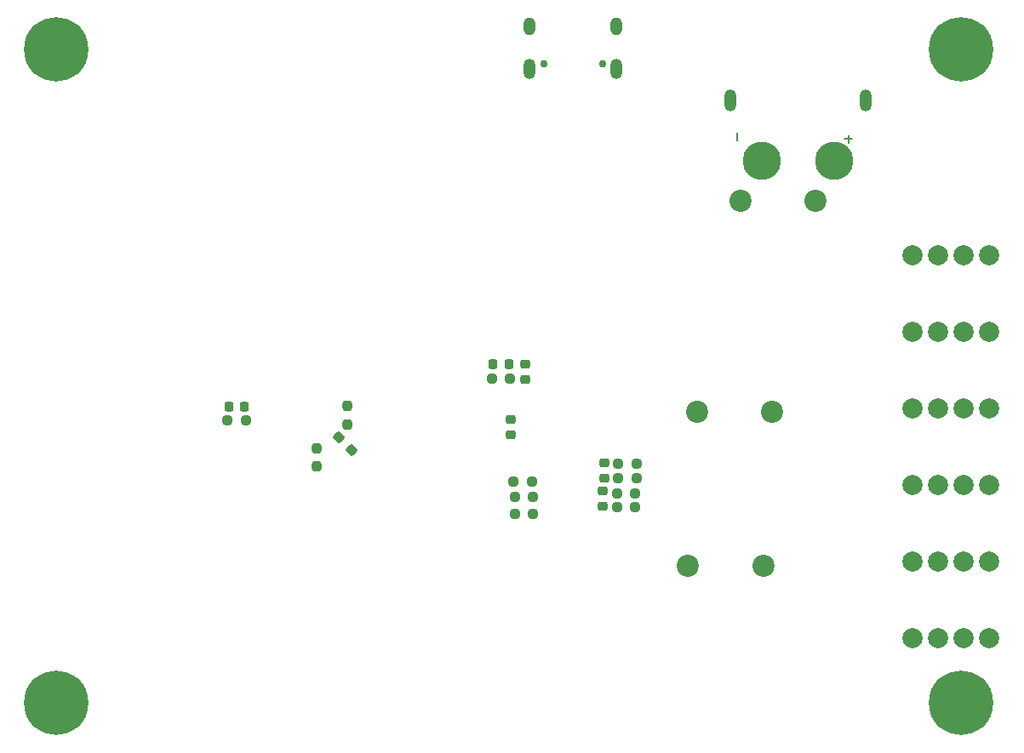
<source format=gbs>
G04 #@! TF.GenerationSoftware,KiCad,Pcbnew,8.0.0*
G04 #@! TF.CreationDate,2024-02-25T15:40:58-08:00*
G04 #@! TF.ProjectId,BLDC_Motor Controller,424c4443-5f4d-46f7-946f-7220436f6e74,rev01_1*
G04 #@! TF.SameCoordinates,Original*
G04 #@! TF.FileFunction,Soldermask,Bot*
G04 #@! TF.FilePolarity,Negative*
%FSLAX46Y46*%
G04 Gerber Fmt 4.6, Leading zero omitted, Abs format (unit mm)*
G04 Created by KiCad (PCBNEW 8.0.0) date 2024-02-25 15:40:58*
%MOMM*%
%LPD*%
G01*
G04 APERTURE LIST*
G04 Aperture macros list*
%AMRoundRect*
0 Rectangle with rounded corners*
0 $1 Rounding radius*
0 $2 $3 $4 $5 $6 $7 $8 $9 X,Y pos of 4 corners*
0 Add a 4 corners polygon primitive as box body*
4,1,4,$2,$3,$4,$5,$6,$7,$8,$9,$2,$3,0*
0 Add four circle primitives for the rounded corners*
1,1,$1+$1,$2,$3*
1,1,$1+$1,$4,$5*
1,1,$1+$1,$6,$7*
1,1,$1+$1,$8,$9*
0 Add four rect primitives between the rounded corners*
20,1,$1+$1,$2,$3,$4,$5,0*
20,1,$1+$1,$4,$5,$6,$7,0*
20,1,$1+$1,$6,$7,$8,$9,0*
20,1,$1+$1,$8,$9,$2,$3,0*%
G04 Aperture macros list end*
%ADD10C,0.150000*%
%ADD11C,2.004000*%
%ADD12C,2.200000*%
%ADD13O,1.200000X1.800000*%
%ADD14O,1.200000X2.000000*%
%ADD15C,0.750013*%
%ADD16C,0.800000*%
%ADD17C,6.400000*%
%ADD18C,3.800000*%
%ADD19O,1.200000X2.200000*%
%ADD20RoundRect,0.225000X0.250000X-0.225000X0.250000X0.225000X-0.250000X0.225000X-0.250000X-0.225000X0*%
%ADD21RoundRect,0.225000X0.225000X0.250000X-0.225000X0.250000X-0.225000X-0.250000X0.225000X-0.250000X0*%
%ADD22RoundRect,0.237500X-0.237500X0.250000X-0.237500X-0.250000X0.237500X-0.250000X0.237500X0.250000X0*%
%ADD23RoundRect,0.237500X-0.250000X-0.237500X0.250000X-0.237500X0.250000X0.237500X-0.250000X0.237500X0*%
%ADD24RoundRect,0.237500X-0.344715X0.008839X0.008839X-0.344715X0.344715X-0.008839X-0.008839X0.344715X0*%
%ADD25RoundRect,0.237500X0.250000X0.237500X-0.250000X0.237500X-0.250000X-0.237500X0.250000X-0.237500X0*%
%ADD26RoundRect,0.225000X-0.250000X0.225000X-0.250000X-0.225000X0.250000X-0.225000X0.250000X0.225000X0*%
G04 APERTURE END LIST*
D10*
X244126978Y-113451251D02*
X244126978Y-112689347D01*
X244507931Y-113070299D02*
X243746026Y-113070299D01*
X233077955Y-113197250D02*
X233077955Y-112435346D01*
D11*
X258150000Y-132290000D03*
X258150000Y-124670000D03*
X255610000Y-132290000D03*
X255610000Y-124670000D03*
X253070000Y-132290000D03*
X253070000Y-124670000D03*
X250530000Y-132290000D03*
X250530000Y-124670000D03*
D12*
X236552172Y-140221411D03*
X229052299Y-140221411D03*
D13*
X212423895Y-101895850D03*
D14*
X212423895Y-106095748D03*
D13*
X221074137Y-101895850D03*
D14*
X221074137Y-106095748D03*
D15*
X213849092Y-105595621D03*
X219648940Y-105595621D03*
D16*
X162960000Y-104200000D03*
X163662944Y-102502944D03*
X163662944Y-105897056D03*
X165360000Y-101800000D03*
D17*
X165360000Y-104200000D03*
D16*
X165360000Y-106600000D03*
X167057056Y-102502944D03*
X167057056Y-105897056D03*
X167760000Y-104200000D03*
X162960000Y-169200000D03*
X163662944Y-167502944D03*
X163662944Y-170897056D03*
X165360000Y-166800000D03*
D17*
X165360000Y-169200000D03*
D16*
X165360000Y-171600000D03*
X167057056Y-167502944D03*
X167057056Y-170897056D03*
X167760000Y-169200000D03*
X252960000Y-169200000D03*
X253662944Y-167502944D03*
X253662944Y-170897056D03*
X255360000Y-166800000D03*
D17*
X255360000Y-169200000D03*
D16*
X255360000Y-171600000D03*
X257057056Y-167502944D03*
X257057056Y-170897056D03*
X257760000Y-169200000D03*
D11*
X250530000Y-155150000D03*
X250530000Y-162770000D03*
X253070000Y-155150000D03*
X253070000Y-162770000D03*
X255610000Y-155150000D03*
X255610000Y-162770000D03*
X258150000Y-155150000D03*
X258150000Y-162770000D03*
D16*
X252960000Y-104200000D03*
X253662944Y-102502944D03*
X253662944Y-105897056D03*
X255360000Y-101800000D03*
D17*
X255360000Y-104200000D03*
D16*
X255360000Y-106600000D03*
X257057056Y-102502944D03*
X257057056Y-105897056D03*
X257760000Y-104200000D03*
D18*
X235500152Y-115260292D03*
X242700051Y-115260292D03*
D19*
X245850165Y-109260292D03*
X232350038Y-109260292D03*
D11*
X250530000Y-139910000D03*
X250530000Y-147530000D03*
X253070000Y-139910000D03*
X253070000Y-147530000D03*
X255610000Y-139910000D03*
X255610000Y-147530000D03*
X258150000Y-139910000D03*
X258150000Y-147530000D03*
D20*
X210566000Y-142507000D03*
X210566000Y-140957000D03*
D21*
X184036000Y-139700000D03*
X182486000Y-139700000D03*
D22*
X191262000Y-143867500D03*
X191262000Y-145692500D03*
D23*
X210923500Y-148717000D03*
X212748500Y-148717000D03*
D12*
X235663172Y-155561589D03*
X228163299Y-155561589D03*
D23*
X221083500Y-149733000D03*
X222908500Y-149733000D03*
D21*
X210325000Y-135509000D03*
X208775000Y-135509000D03*
D23*
X210923500Y-150368000D03*
X212748500Y-150368000D03*
D22*
X194310000Y-139676500D03*
X194310000Y-141501500D03*
D23*
X221083500Y-148336000D03*
X222908500Y-148336000D03*
D24*
X193410765Y-142737765D03*
X194701235Y-144028235D03*
D23*
X221210500Y-145415000D03*
X223035500Y-145415000D03*
D25*
X210462500Y-136906000D03*
X208637500Y-136906000D03*
D26*
X211963000Y-135488355D03*
X211963000Y-137038355D03*
D12*
X240870172Y-119239589D03*
X233370299Y-119239589D03*
D23*
X210796500Y-147193000D03*
X212621500Y-147193000D03*
D26*
X219710000Y-148069000D03*
X219710000Y-149619000D03*
X219837000Y-145275000D03*
X219837000Y-146825000D03*
D25*
X184173500Y-141097000D03*
X182348500Y-141097000D03*
D23*
X221210500Y-146812000D03*
X223035500Y-146812000D03*
M02*

</source>
